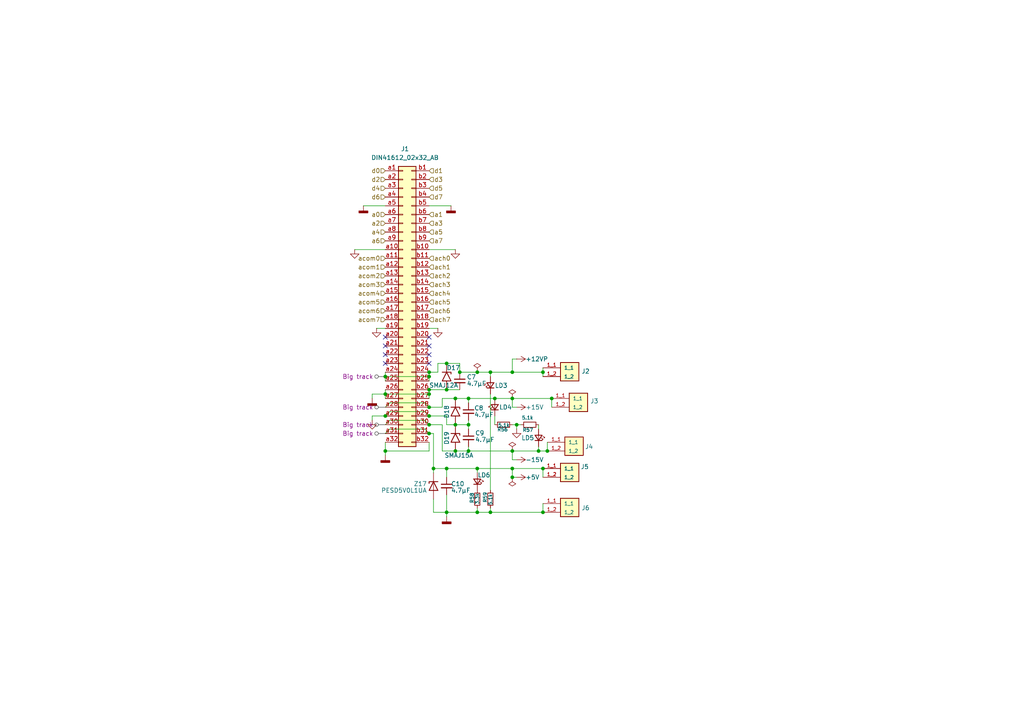
<source format=kicad_sch>
(kicad_sch (version 20250114) (generator "eeschema") (generator_version "9.0")
  (paper "A4")
  (lib_symbols
    (symbol "930224100:930224100" (pin_names (offset 1.016))
      (property "Reference" "J" (at -5.08 4.826 0))
      (property "Value" "930224100" (at -10.414 -3.048 0))
      (symbol "930224100_0_0"
        (rectangle (start -5.08 4.064) (end 0.254 -1.27) (stroke (width 0.254)) (fill (type background)))
        (pin passive line (at -10.16 2.54 0) (length 5.08) (name "1_1") (number "1_1"))
        (pin passive line (at -10.16 0 0) (length 5.08) (name "1_2") (number "1_2"))
      )
    )
    (symbol "Connector:DIN41612_02x32_AB" (pin_names (offset 1.016) (hide yes))
      (property "Reference" "J" (at 1.27 40.64 0))
      (property "Value" "DIN41612_02x32_AB" (at 1.27 -43.18 0))
      (symbol "DIN41612_02x32_AB_1_1"
        (rectangle (start -1.27 39.37) (end 3.81 -41.91) (stroke (width 0.254)) (fill (type background)))
        (rectangle (start -1.27 38.227) (end 0 37.973) (stroke (width 0.1524)))
        (rectangle (start -1.27 35.687) (end 0 35.433) (stroke (width 0.1524)))
        (rectangle (start -1.27 33.147) (end 0 32.893) (stroke (width 0.1524)))
        (rectangle (start -1.27 30.607) (end 0 30.353) (stroke (width 0.1524)))
        (rectangle (start -1.27 28.067) (end 0 27.813) (stroke (width 0.1524)))
        (rectangle (start -1.27 25.527) (end 0 25.273) (stroke (width 0.1524)))
        (rectangle (start -1.27 22.987) (end 0 22.733) (stroke (width 0.1524)))
        (rectangle (start -1.27 20.447) (end 0 20.193) (stroke (width 0.1524)))
        (rectangle (start -1.27 17.907) (end 0 17.653) (stroke (width 0.1524)))
        (rectangle (start -1.27 15.367) (end 0 15.113) (stroke (width 0.1524)))
        (rectangle (start -1.27 12.827) (end 0 12.573) (stroke (width 0.1524)))
        (rectangle (start -1.27 10.287) (end 0 10.033) (stroke (width 0.1524)))
        (rectangle (start -1.27 7.747) (end 0 7.493) (stroke (width 0.1524)))
        (rectangle (start -1.27 5.207) (end 0 4.953) (stroke (width 0.1524)))
        (rectangle (start -1.27 2.667) (end 0 2.413) (stroke (width 0.1524)))
        (rectangle (start -1.27 0.127) (end 0 -0.127) (stroke (width 0.1524)))
        (rectangle (start -1.27 -2.413) (end 0 -2.667) (stroke (width 0.1524)))
        (rectangle (start -1.27 -4.953) (end 0 -5.207) (stroke (width 0.1524)))
        (rectangle (start -1.27 -7.493) (end 0 -7.747) (stroke (width 0.1524)))
        (rectangle (start -1.27 -10.033) (end 0 -10.287) (stroke (width 0.1524)))
        (rectangle (start -1.27 -12.573) (end 0 -12.827) (stroke (width 0.1524)))
        (rectangle (start -1.27 -15.113) (end 0 -15.367) (stroke (width 0.1524)))
        (rectangle (start -1.27 -17.653) (end 0 -17.907) (stroke (width 0.1524)))
        (rectangle (start -1.27 -20.193) (end 0 -20.447) (stroke (width 0.1524)))
        (rectangle (start -1.27 -22.733) (end 0 -22.987) (stroke (width 0.1524)))
        (rectangle (start -1.27 -25.273) (end 0 -25.527) (stroke (width 0.1524)))
        (rectangle (start -1.27 -27.813) (end 0 -28.067) (stroke (width 0.1524)))
        (rectangle (start -1.27 -30.353) (end 0 -30.607) (stroke (width 0.1524)))
        (rectangle (start -1.27 -32.893) (end 0 -33.147) (stroke (width 0.1524)))
        (rectangle (start -1.27 -35.433) (end 0 -35.687) (stroke (width 0.1524)))
        (rectangle (start -1.27 -37.973) (end 0 -38.227) (stroke (width 0.1524)))
        (rectangle (start -1.27 -40.513) (end 0 -40.767) (stroke (width 0.1524)))
        (rectangle (start 3.81 38.227) (end 2.54 37.973) (stroke (width 0.1524)))
        (rectangle (start 3.81 35.687) (end 2.54 35.433) (stroke (width 0.1524)))
        (rectangle (start 3.81 33.147) (end 2.54 32.893) (stroke (width 0.1524)))
        (rectangle (start 3.81 30.607) (end 2.54 30.353) (stroke (width 0.1524)))
        (rectangle (start 3.81 28.067) (end 2.54 27.813) (stroke (width 0.1524)))
        (rectangle (start 3.81 25.527) (end 2.54 25.273) (stroke (width 0.1524)))
        (rectangle (start 3.81 22.987) (end 2.54 22.733) (stroke (width 0.1524)))
        (rectangle (start 3.81 20.447) (end 2.54 20.193) (stroke (width 0.1524)))
        (rectangle (start 3.81 17.907) (end 2.54 17.653) (stroke (width 0.1524)))
        (rectangle (start 3.81 15.367) (end 2.54 15.113) (stroke (width 0.1524)))
        (rectangle (start 3.81 12.827) (end 2.54 12.573) (stroke (width 0.1524)))
        (rectangle (start 3.81 10.287) (end 2.54 10.033) (stroke (width 0.1524)))
        (rectangle (start 3.81 7.747) (end 2.54 7.493) (stroke (width 0.1524)))
        (rectangle (start 3.81 5.207) (end 2.54 4.953) (stroke (width 0.1524)))
        (rectangle (start 3.81 2.667) (end 2.54 2.413) (stroke (width 0.1524)))
        (rectangle (start 3.81 0.127) (end 2.54 -0.127) (stroke (width 0.1524)))
        (rectangle (start 3.81 -2.413) (end 2.54 -2.667) (stroke (width 0.1524)))
        (rectangle (start 3.81 -4.953) (end 2.54 -5.207) (stroke (width 0.1524)))
        (rectangle (start 3.81 -7.493) (end 2.54 -7.747) (stroke (width 0.1524)))
        (rectangle (start 3.81 -10.033) (end 2.54 -10.287) (stroke (width 0.1524)))
        (rectangle (start 3.81 -12.573) (end 2.54 -12.827) (stroke (width 0.1524)))
        (rectangle (start 3.81 -15.113) (end 2.54 -15.367) (stroke (width 0.1524)))
        (rectangle (start 3.81 -17.653) (end 2.54 -17.907) (stroke (width 0.1524)))
        (rectangle (start 3.81 -20.193) (end 2.54 -20.447) (stroke (width 0.1524)))
        (rectangle (start 3.81 -22.733) (end 2.54 -22.987) (stroke (width 0.1524)))
        (rectangle (start 3.81 -25.273) (end 2.54 -25.527) (stroke (width 0.1524)))
        (rectangle (start 3.81 -27.813) (end 2.54 -28.067) (stroke (width 0.1524)))
        (rectangle (start 3.81 -30.353) (end 2.54 -30.607) (stroke (width 0.1524)))
        (rectangle (start 3.81 -32.893) (end 2.54 -33.147) (stroke (width 0.1524)))
        (rectangle (start 3.81 -35.433) (end 2.54 -35.687) (stroke (width 0.1524)))
        (rectangle (start 3.81 -37.973) (end 2.54 -38.227) (stroke (width 0.1524)))
        (rectangle (start 3.81 -40.513) (end 2.54 -40.767) (stroke (width 0.1524)))
        (pin passive line (at -5.08 38.1 0) (length 3.81) (name "Pin_a1") (number "a1"))
        (pin passive line (at -5.08 35.56 0) (length 3.81) (name "Pin_a2") (number "a2"))
        (pin passive line (at -5.08 33.02 0) (length 3.81) (name "Pin_a3") (number "a3"))
        (pin passive line (at -5.08 30.48 0) (length 3.81) (name "Pin_a4") (number "a4"))
        (pin passive line (at -5.08 27.94 0) (length 3.81) (name "Pin_a5") (number "a5"))
        (pin passive line (at -5.08 25.4 0) (length 3.81) (name "Pin_a6") (number "a6"))
        (pin passive line (at -5.08 22.86 0) (length 3.81) (name "Pin_a7") (number "a7"))
        (pin passive line (at -5.08 20.32 0) (length 3.81) (name "Pin_a8") (number "a8"))
        (pin passive line (at -5.08 17.78 0) (length 3.81) (name "Pin_a9") (number "a9"))
        (pin passive line (at -5.08 15.24 0) (length 3.81) (name "Pin_a10") (number "a10"))
        (pin passive line (at -5.08 12.7 0) (length 3.81) (name "Pin_a11") (number "a11"))
        (pin passive line (at -5.08 10.16 0) (length 3.81) (name "Pin_a12") (number "a12"))
        (pin passive line (at -5.08 7.62 0) (length 3.81) (name "Pin_a13") (number "a13"))
        (pin passive line (at -5.08 5.08 0) (length 3.81) (name "Pin_a14") (number "a14"))
        (pin passive line (at -5.08 2.54 0) (length 3.81) (name "Pin_a15") (number "a15"))
        (pin passive line (at -5.08 0 0) (length 3.81) (name "Pin_a16") (number "a16"))
        (pin passive line (at -5.08 -2.54 0) (length 3.81) (name "Pin_a17") (number "a17"))
        (pin passive line (at -5.08 -5.08 0) (length 3.81) (name "Pin_a18") (number "a18"))
        (pin passive line (at -5.08 -7.62 0) (length 3.81) (name "Pin_a19") (number "a19"))
        (pin passive line (at -5.08 -10.16 0) (length 3.81) (name "Pin_a20") (number "a20"))
        (pin passive line (at -5.08 -12.7 0) (length 3.81) (name "Pin_a21") (number "a21"))
        (pin passive line (at -5.08 -15.24 0) (length 3.81) (name "Pin_a22") (number "a22"))
        (pin passive line (at -5.08 -17.78 0) (length 3.81) (name "Pin_a23") (number "a23"))
        (pin passive line (at -5.08 -20.32 0) (length 3.81) (name "Pin_a24") (number "a24"))
        (pin passive line (at -5.08 -22.86 0) (length 3.81) (name "Pin_a25") (number "a25"))
        (pin passive line (at -5.08 -25.4 0) (length 3.81) (name "Pin_a26") (number "a26"))
        (pin passive line (at -5.08 -27.94 0) (length 3.81) (name "Pin_a27") (number "a27"))
        (pin passive line (at -5.08 -30.48 0) (length 3.81) (name "Pin_a28") (number "a28"))
        (pin passive line (at -5.08 -33.02 0) (length 3.81) (name "Pin_a29") (number "a29"))
        (pin passive line (at -5.08 -35.56 0) (length 3.81) (name "Pin_a30") (number "a30"))
        (pin passive line (at -5.08 -38.1 0) (length 3.81) (name "Pin_a31") (number "a31"))
        (pin passive line (at -5.08 -40.64 0) (length 3.81) (name "Pin_a32") (number "a32"))
        (pin passive line (at 7.62 38.1 180) (length 3.81) (name "Pin_b1") (number "b1"))
        (pin passive line (at 7.62 35.56 180) (length 3.81) (name "Pin_b2") (number "b2"))
        (pin passive line (at 7.62 33.02 180) (length 3.81) (name "Pin_b3") (number "b3"))
        (pin passive line (at 7.62 30.48 180) (length 3.81) (name "Pin_b4") (number "b4"))
        (pin passive line (at 7.62 27.94 180) (length 3.81) (name "Pin_b5") (number "b5"))
        (pin passive line (at 7.62 25.4 180) (length 3.81) (name "Pin_b6") (number "b6"))
        (pin passive line (at 7.62 22.86 180) (length 3.81) (name "Pin_b7") (number "b7"))
        (pin passive line (at 7.62 20.32 180) (length 3.81) (name "Pin_b8") (number "b8"))
        (pin passive line (at 7.62 17.78 180) (length 3.81) (name "Pin_b9") (number "b9"))
        (pin passive line (at 7.62 15.24 180) (length 3.81) (name "Pin_b10") (number "b10"))
        (pin passive line (at 7.62 12.7 180) (length 3.81) (name "Pin_b11") (number "b11"))
        (pin passive line (at 7.62 10.16 180) (length 3.81) (name "Pin_b12") (number "b12"))
        (pin passive line (at 7.62 7.62 180) (length 3.81) (name "Pin_b13") (number "b13"))
        (pin passive line (at 7.62 5.08 180) (length 3.81) (name "Pin_b14") (number "b14"))
        (pin passive line (at 7.62 2.54 180) (length 3.81) (name "Pin_b15") (number "b15"))
        (pin passive line (at 7.62 0 180) (length 3.81) (name "Pin_b16") (number "b16"))
        (pin passive line (at 7.62 -2.54 180) (length 3.81) (name "Pin_b17") (number "b17"))
        (pin passive line (at 7.62 -5.08 180) (length 3.81) (name "Pin_b18") (number "b18"))
        (pin passive line (at 7.62 -7.62 180) (length 3.81) (name "Pin_b19") (number "b19"))
        (pin passive line (at 7.62 -10.16 180) (length 3.81) (name "Pin_b20") (number "b20"))
        (pin passive line (at 7.62 -12.7 180) (length 3.81) (name "Pin_b21") (number "b21"))
        (pin passive line (at 7.62 -15.24 180) (length 3.81) (name "Pin_b22") (number "b22"))
        (pin passive line (at 7.62 -17.78 180) (length 3.81) (name "Pin_b23") (number "b23"))
        (pin passive line (at 7.62 -20.32 180) (length 3.81) (name "Pin_b24") (number "b24"))
        (pin passive line (at 7.62 -22.86 180) (length 3.81) (name "Pin_b25") (number "b25"))
        (pin passive line (at 7.62 -25.4 180) (length 3.81) (name "Pin_b26") (number "b26"))
        (pin passive line (at 7.62 -27.94 180) (length 3.81) (name "Pin_b27") (number "b27"))
        (pin passive line (at 7.62 -30.48 180) (length 3.81) (name "Pin_b28") (number "b28"))
        (pin passive line (at 7.62 -33.02 180) (length 3.81) (name "Pin_b29") (number "b29"))
        (pin passive line (at 7.62 -35.56 180) (length 3.81) (name "Pin_b30") (number "b30"))
        (pin passive line (at 7.62 -38.1 180) (length 3.81) (name "Pin_b31") (number "b31"))
        (pin passive line (at 7.62 -40.64 180) (length 3.81) (name "Pin_b32") (number "b32"))
      )
    )
    (symbol "Device:C_Small" (pin_numbers (hide yes)) (pin_names (offset 0.254) (hide yes))
      (property "Reference" "C" (at 0.254 1.778 0))
      (property "Value" "C_Small" (at 0.254 -2.032 0))
      (symbol "C_Small_0_1"
        (polyline (pts (xy -1.524 0.508) (xy 1.524 0.508)) (stroke (width 0.3048)))
        (polyline (pts (xy -1.524 -0.508) (xy 1.524 -0.508)) (stroke (width 0.3302)))
      )
      (symbol "C_Small_1_1"
        (pin passive line (at 0 2.54 270) (length 2.032) (name "~") (number "1"))
        (pin passive line (at 0 -2.54 90) (length 2.032) (name "~") (number "2"))
      )
    )
    (symbol "Device:LED_Small" (pin_numbers (hide yes)) (pin_names (offset 0.254) (hide yes))
      (property "Reference" "D" (at -1.27 3.175 0))
      (property "Value" "LED_Small" (at -4.445 -2.54 0))
      (symbol "LED_Small_0_1"
        (polyline (pts (xy -0.762 -1.016) (xy -0.762 1.016)) (stroke (width 0.254)))
        (polyline (pts (xy 0 0.762) (xy -0.508 1.27) (xy -0.254 1.27) (xy -0.508 1.27) (xy -0.508 1.016)))
        (polyline (pts (xy 0.508 1.27) (xy 0 1.778) (xy 0.254 1.778) (xy 0 1.778) (xy 0 1.524)))
        (polyline (pts (xy 0.762 -1.016) (xy -0.762 0) (xy 0.762 1.016) (xy 0.762 -1.016)) (stroke (width 0.254)))
        (polyline (pts (xy 1.016 0) (xy -0.762 0)))
      )
      (symbol "LED_Small_1_1"
        (pin passive line (at -2.54 0 0) (length 1.778) (name "K") (number "1"))
        (pin passive line (at 2.54 0 180) (length 1.778) (name "A") (number "2"))
      )
    )
    (symbol "Device:R_Small" (pin_numbers (hide yes)) (pin_names (offset 0.254) (hide yes))
      (property "Reference" "R" (at 0 0 90))
      (property "Value" "R_Small" (at 1.778 0 90))
      (symbol "R_Small_0_1"
        (rectangle (start -0.762 1.778) (end 0.762 -1.778) (stroke (width 0.2032)))
      )
      (symbol "R_Small_1_1"
        (pin passive line (at 0 2.54 270) (length 0.762) (name "~") (number "1"))
        (pin passive line (at 0 -2.54 90) (length 0.762) (name "~") (number "2"))
      )
    )
    (symbol "Diode:PESD5V0L1UL" (pin_numbers (hide yes)) (pin_names (hide yes))
      (property "Reference" "D" (at 0 2.54 0))
      (property "Value" "PESD5V0L1UL" (at 0 -2.54 0))
      (symbol "PESD5V0L1UL_0_1"
        (polyline (pts (xy -1.27 -1.27) (xy -1.27 1.27) (xy -0.762 1.27)) (stroke (width 0.254)))
        (polyline (pts (xy 1.27 0) (xy -1.27 0)))
        (polyline (pts (xy 1.27 -1.27) (xy 1.27 1.27) (xy -1.27 0) (xy 1.27 -1.27)) (stroke (width 0.254)))
      )
      (symbol "PESD5V0L1UL_1_1"
        (pin passive line (at -3.81 0 0) (length 2.54) (name "K") (number "1"))
        (pin passive line (at 3.81 0 180) (length 2.54) (name "A") (number "2"))
      )
    )
    (symbol "Diode:SMAJ12A" (pin_numbers (hide yes)) (pin_names (offset 1.016) (hide yes))
      (property "Reference" "D" (at 0 2.54 0))
      (property "Value" "SMAJ12A" (at 0 -2.54 0))
      (symbol "SMAJ12A_0_1"
        (polyline (pts (xy -0.762 1.27) (xy -1.27 1.27) (xy -1.27 -1.27)) (stroke (width 0.254)))
        (polyline (pts (xy 1.27 1.27) (xy 1.27 -1.27) (xy -1.27 0) (xy 1.27 1.27)) (stroke (width 0.254)))
      )
      (symbol "SMAJ12A_1_1"
        (pin passive line (at -3.81 0 0) (length 2.54) (name "A1") (number "1"))
        (pin passive line (at 3.81 0 180) (length 2.54) (name "A2") (number "2"))
      )
    )
    (symbol "Diode:SMAJ15A" (pin_numbers (hide yes)) (pin_names (offset 1.016) (hide yes))
      (property "Reference" "D" (at 0 2.54 0))
      (property "Value" "SMAJ15A" (at 0 -2.54 0))
      (symbol "SMAJ15A_0_1"
        (polyline (pts (xy -0.762 1.27) (xy -1.27 1.27) (xy -1.27 -1.27)) (stroke (width 0.254)))
        (polyline (pts (xy 1.27 1.27) (xy 1.27 -1.27) (xy -1.27 0) (xy 1.27 1.27)) (stroke (width 0.254)))
      )
      (symbol "SMAJ15A_1_1"
        (pin passive line (at -3.81 0 0) (length 2.54) (name "A1") (number "1"))
        (pin passive line (at 3.81 0 180) (length 2.54) (name "A2") (number "2"))
      )
    )
    (symbol "power:+5V" (power) (pin_numbers (hide yes)) (pin_names (offset 0) (hide yes))
      (property "Value" "+5V" (at 0 3.556 0))
      (symbol "+5V_0_1"
        (polyline (pts (xy -0.762 1.27) (xy 0 2.54)))
        (polyline (pts (xy 0 2.54) (xy 0.762 1.27)))
        (polyline (pts (xy 0 0) (xy 0 2.54)))
      )
      (symbol "+5V_1_1"
        (pin power_in line (at 0 0 90) (length 0) (name "~") (number "1"))
      )
    )
    (symbol "power:GND1" (power) (pin_numbers (hide yes)) (pin_names (offset 0) (hide yes))
      (property "Value" "GND1" (at 0 -3.81 0))
      (symbol "GND1_0_1"
        (polyline (pts (xy 0 0) (xy 0 -1.27) (xy 1.27 -1.27) (xy 0 -2.54) (xy -1.27 -1.27) (xy 0 -1.27)))
      )
      (symbol "GND1_1_1"
        (pin power_in line (at 0 0 270) (length 0) (name "~") (number "1"))
      )
    )
    (symbol "power:GNDD" (power) (pin_numbers (hide yes)) (pin_names (offset 0) (hide yes))
      (property "Value" "GNDD" (at 0 -3.175 0))
      (symbol "GNDD_0_1"
        (rectangle (start -1.27 -1.524) (end 1.27 -2.032) (stroke (width 0.254)) (fill (type outline)))
        (polyline (pts (xy 0 0) (xy 0 -1.524)))
      )
      (symbol "GNDD_1_1"
        (pin power_in line (at 0 0 270) (length 0) (name "~") (number "1"))
      )
    )
    (symbol "power:PWR_FLAG" (power) (pin_numbers (hide yes)) (pin_names (offset 0) (hide yes))
      (property "Value" "PWR_FLAG" (at 0 3.81 0))
      (symbol "PWR_FLAG_0_0"
        (pin power_out line (at 0 0 90) (length 0) (name "~") (number "1"))
      )
      (symbol "PWR_FLAG_0_1"
        (polyline (pts (xy 0 0) (xy 0 1.27) (xy -1.016 1.905) (xy 0 2.54) (xy 1.016 1.905) (xy 0 1.27)))
      )
    )
  )
  (junction (at 129.54 148.59))
  (junction (at 142.24 148.59))
  (junction (at 160.02 115.57))
  (junction (at 142.24 107.95))
  (junction (at 124.46 107.95))
  (junction (at 124.46 125.73))
  (junction (at 111.76 120.65))
  (junction (at 124.46 114.3))
  (junction (at 124.46 123.19))
  (junction (at 124.46 118.11))
  (junction (at 125.73 135.89))
  (junction (at 143.51 115.57))
  (junction (at 158.75 130.81))
  (junction (at 157.48 148.59))
  (junction (at 138.43 107.95))
  (junction (at 133.35 107.95))
  (junction (at 129.54 135.89))
  (junction (at 135.89 123.19))
  (junction (at 111.76 114.3))
  (junction (at 129.54 105.41))
  (junction (at 124.46 113.03))
  (junction (at 149.86 123.19))
  (junction (at 124.46 109.22))
  (junction (at 138.43 148.59))
  (junction (at 156.21 130.81))
  (junction (at 157.48 135.89))
  (junction (at 148.59 115.57))
  (junction (at 148.59 107.95))
  (junction (at 129.54 113.03))
  (junction (at 124.46 120.65))
  (junction (at 132.08 123.19))
  (junction (at 148.59 135.89))
  (junction (at 132.08 115.57))
  (junction (at 148.59 130.81))
  (junction (at 138.43 135.89))
  (junction (at 111.76 109.22))
  (junction (at 157.48 107.95))
  (junction (at 148.59 138.43))
  (junction (at 135.89 130.81))
  (junction (at 111.76 130.81))
  (junction (at 132.08 130.81))
  (junction (at 135.89 115.57))
  (no_connect (at 111.76 105.41))
  (no_connect (at 124.46 100.33))
  (no_connect (at 111.76 102.87))
  (no_connect (at 124.46 102.87))
  (no_connect (at 124.46 97.79))
  (no_connect (at 124.46 105.41))
  (no_connect (at 111.76 100.33))
  (no_connect (at 111.76 97.79))
  (wire (pts (xy 148.59 107.95) (xy 157.48 107.95)))
  (wire (pts (xy 133.35 105.41) (xy 133.35 107.95)))
  (wire (pts (xy 148.59 135.89) (xy 157.48 135.89)))
  (wire (pts (xy 157.48 146.05) (xy 157.48 148.59)))
  (wire (pts (xy 124.46 109.22) (xy 124.46 110.49)))
  (wire (pts (xy 149.86 123.19) (xy 149.86 124.46)))
  (wire (pts (xy 132.08 130.81) (xy 135.89 130.81)))
  (wire (pts (xy 156.21 129.54) (xy 156.21 130.81)))
  (wire (pts (xy 111.76 109.22) (xy 124.46 109.22)))
  (wire (pts (xy 124.46 114.3) (xy 124.46 115.57)))
  (wire (pts (xy 111.76 113.03) (xy 111.76 114.3)))
  (wire (pts (xy 129.54 105.41) (xy 133.35 105.41)))
  (wire (pts (xy 129.54 123.19) (xy 129.54 120.65)))
  (wire (pts (xy 107.95 115.57) (xy 107.95 114.3)))
  (wire (pts (xy 125.73 148.59) (xy 129.54 148.59)))
  (wire (pts (xy 157.48 107.95) (xy 157.48 109.22)))
  (wire (pts (xy 124.46 113.03) (xy 129.54 113.03)))
  (wire (pts (xy 129.54 113.03) (xy 133.35 113.03)))
  (wire (pts (xy 111.76 125.73) (xy 113.03 124.46)))
  (wire (pts (xy 148.59 138.43) (xy 148.59 135.89)))
  (wire (pts (xy 111.76 107.95) (xy 111.76 109.22)))
  (wire (pts (xy 148.59 115.57) (xy 160.02 115.57)))
  (wire (pts (xy 129.54 148.59) (xy 138.43 148.59)))
  (wire (pts (xy 125.73 135.89) (xy 125.73 137.16)))
  (wire (pts (xy 111.76 120.65) (xy 113.03 119.38)))
  (wire (pts (xy 111.76 109.22) (xy 111.76 110.49)))
  (wire (pts (xy 135.89 124.46) (xy 135.89 123.19)))
  (wire (pts (xy 142.24 114.3) (xy 142.24 142.24)))
  (wire (pts (xy 148.59 104.14) (xy 148.59 107.95)))
  (wire (pts (xy 124.46 59.69) (xy 130.81 59.69)))
  (wire (pts (xy 149.86 138.43) (xy 148.59 138.43)))
  (wire (pts (xy 123.19 116.84) (xy 124.46 118.11)))
  (wire (pts (xy 123.19 124.46) (xy 124.46 125.73)))
  (wire (pts (xy 124.46 72.39) (xy 132.08 72.39)))
  (wire (pts (xy 124.46 125.73) (xy 125.73 125.73)))
  (wire (pts (xy 113.03 124.46) (xy 123.19 124.46)))
  (wire (pts (xy 124.46 123.19) (xy 128.27 123.19)))
  (wire (pts (xy 142.24 148.59) (xy 157.48 148.59)))
  (wire (pts (xy 113.03 121.92) (xy 111.76 123.19)))
  (wire (pts (xy 142.24 148.59) (xy 142.24 147.32)))
  (wire (pts (xy 157.48 106.68) (xy 157.48 107.95)))
  (wire (pts (xy 132.08 123.19) (xy 135.89 123.19)))
  (wire (pts (xy 127 105.41) (xy 129.54 105.41)))
  (wire (pts (xy 142.24 109.22) (xy 142.24 107.95)))
  (wire (pts (xy 109.22 95.25) (xy 111.76 95.25)))
  (wire (pts (xy 124.46 95.25) (xy 127 95.25)))
  (wire (pts (xy 124.46 118.11) (xy 128.27 118.11)))
  (wire (pts (xy 138.43 135.89) (xy 148.59 135.89)))
  (wire (pts (xy 128.27 130.81) (xy 132.08 130.81)))
  (wire (pts (xy 123.19 119.38) (xy 124.46 120.65)))
  (wire (pts (xy 135.89 129.54) (xy 135.89 130.81)))
  (wire (pts (xy 125.73 125.73) (xy 125.73 135.89)))
  (wire (pts (xy 135.89 116.84) (xy 135.89 115.57)))
  (wire (pts (xy 124.46 128.27) (xy 124.46 130.81)))
  (wire (pts (xy 129.54 123.19) (xy 132.08 123.19)))
  (wire (pts (xy 135.89 121.92) (xy 135.89 123.19)))
  (wire (pts (xy 148.59 123.19) (xy 149.86 123.19)))
  (wire (pts (xy 157.48 135.89) (xy 157.48 138.43)))
  (wire (pts (xy 149.86 104.14) (xy 148.59 104.14)))
  (wire (pts (xy 143.51 115.57) (xy 148.59 115.57)))
  (wire (pts (xy 129.54 135.89) (xy 138.43 135.89)))
  (wire (pts (xy 156.21 130.81) (xy 158.75 130.81)))
  (wire (pts (xy 156.21 123.19) (xy 156.21 124.46)))
  (wire (pts (xy 143.51 120.65) (xy 143.51 123.19)))
  (wire (pts (xy 124.46 113.03) (xy 124.46 114.3)))
  (wire (pts (xy 138.43 135.89) (xy 138.43 137.16)))
  (wire (pts (xy 113.03 119.38) (xy 123.19 119.38)))
  (wire (pts (xy 149.86 133.35) (xy 148.59 133.35)))
  (wire (pts (xy 132.08 115.57) (xy 135.89 115.57)))
  (wire (pts (xy 113.03 116.84) (xy 123.19 116.84)))
  (wire (pts (xy 128.27 123.19) (xy 128.27 130.81)))
  (wire (pts (xy 160.02 115.57) (xy 160.02 118.11)))
  (wire (pts (xy 111.76 118.11) (xy 113.03 116.84)))
  (wire (pts (xy 123.19 121.92) (xy 113.03 121.92)))
  (wire (pts (xy 111.76 130.81) (xy 124.46 130.81)))
  (wire (pts (xy 148.59 130.81) (xy 148.59 133.35)))
  (wire (pts (xy 124.46 107.95) (xy 124.46 109.22)))
  (wire (pts (xy 107.95 114.3) (xy 111.76 114.3)))
  (wire (pts (xy 107.95 120.65) (xy 111.76 120.65)))
  (wire (pts (xy 125.73 148.59) (xy 125.73 144.78)))
  (wire (pts (xy 111.76 114.3) (xy 111.76 115.57)))
  (wire (pts (xy 158.75 128.27) (xy 158.75 130.81)))
  (wire (pts (xy 135.89 115.57) (xy 143.51 115.57)))
  (wire (pts (xy 111.76 114.3) (xy 124.46 114.3)))
  (wire (pts (xy 135.89 130.81) (xy 148.59 130.81)))
  (wire (pts (xy 111.76 132.08) (xy 111.76 130.81)))
  (wire (pts (xy 142.24 107.95) (xy 148.59 107.95)))
  (wire (pts (xy 129.54 143.51) (xy 129.54 148.59)))
  (wire (pts (xy 138.43 147.32) (xy 138.43 148.59)))
  (wire (pts (xy 124.46 107.95) (xy 127 107.95)))
  (wire (pts (xy 102.87 72.39) (xy 111.76 72.39)))
  (wire (pts (xy 111.76 128.27) (xy 111.76 130.81)))
  (wire (pts (xy 125.73 135.89) (xy 129.54 135.89)))
  (wire (pts (xy 149.86 118.11) (xy 148.59 118.11)))
  (wire (pts (xy 128.27 115.57) (xy 132.08 115.57)))
  (wire (pts (xy 128.27 115.57) (xy 128.27 118.11)))
  (wire (pts (xy 107.95 120.65) (xy 107.95 121.92)))
  (wire (pts (xy 138.43 107.95) (xy 142.24 107.95)))
  (wire (pts (xy 129.54 120.65) (xy 124.46 120.65)))
  (wire (pts (xy 148.59 115.57) (xy 148.59 118.11)))
  (wire (pts (xy 129.54 135.89) (xy 129.54 138.43)))
  (wire (pts (xy 148.59 130.81) (xy 156.21 130.81)))
  (wire (pts (xy 127 105.41) (xy 127 107.95)))
  (wire (pts (xy 124.46 123.19) (xy 123.19 121.92)))
  (wire (pts (xy 133.35 107.95) (xy 138.43 107.95)))
  (wire (pts (xy 129.54 148.59) (xy 129.54 149.86)))
  (wire (pts (xy 105.41 59.69) (xy 111.76 59.69)))
  (wire (pts (xy 138.43 148.59) (xy 142.24 148.59)))
  (wire (pts (xy 149.86 123.19) (xy 151.13 123.19)))
  (hierarchical_label "ach6" (shape input) (at 124.46 90.17 0))
  (hierarchical_label "a4" (shape input) (at 111.76 67.31 180))
  (hierarchical_label "d6" (shape input) (at 111.76 57.15 180))
  (hierarchical_label "acom6" (shape input) (at 111.76 90.17 180))
  (hierarchical_label "acom4" (shape input) (at 111.76 85.09 180))
  (hierarchical_label "d3" (shape input) (at 124.46 52.07 0))
  (hierarchical_label "acom7" (shape input) (at 111.76 92.71 180))
  (hierarchical_label "acom1" (shape input) (at 111.76 77.47 180))
  (hierarchical_label "d0" (shape input) (at 111.76 49.53 180))
  (hierarchical_label "ach2" (shape input) (at 124.46 80.01 0))
  (hierarchical_label "d1" (shape input) (at 124.46 49.53 0))
  (hierarchical_label "a5" (shape input) (at 124.46 67.31 0))
  (hierarchical_label "a1" (shape input) (at 124.46 62.23 0))
  (hierarchical_label "d7" (shape input) (at 124.46 57.15 0))
  (hierarchical_label "acom0" (shape input) (at 111.76 74.93 180))
  (hierarchical_label "d2" (shape input) (at 111.76 52.07 180))
  (hierarchical_label "a3" (shape input) (at 124.46 64.77 0))
  (hierarchical_label "ach5" (shape input) (at 124.46 87.63 0))
  (hierarchical_label "acom5" (shape input) (at 111.76 87.63 180))
  (hierarchical_label "a2" (shape input) (at 111.76 64.77 180))
  (hierarchical_label "ach0" (shape input) (at 124.46 74.93 0))
  (hierarchical_label "a7" (shape input) (at 124.46 69.85 0))
  (hierarchical_label "ach7" (shape input) (at 124.46 92.71 0))
  (hierarchical_label "acom3" (shape input) (at 111.76 82.55 180))
  (hierarchical_label "a0" (shape input) (at 111.76 62.23 180))
  (hierarchical_label "d4" (shape input) (at 111.76 54.61 180))
  (hierarchical_label "d5" (shape input) (at 124.46 54.61 0))
  (hierarchical_label "acom2" (shape input) (at 111.76 80.01 180))
  (hierarchical_label "ach1" (shape input) (at 124.46 77.47 0))
  (hierarchical_label "a6" (shape input) (at 111.76 69.85 180))
  (hierarchical_label "ach3" (shape input) (at 124.46 82.55 0))
  (hierarchical_label "ach4" (shape input) (at 124.46 85.09 0))
  (netclass_flag "" (length 2.54) (shape round) (at 111.76 118.11 90) (property "Netclass" "Big track" (at 99.314 118.11 0) (effects (justify left))))
  (netclass_flag "" (length 2.54) (shape round) (at 111.76 109.22 90) (property "Netclass" "Big track" (at 99.314 109.22 0) (effects (justify left))))
  (netclass_flag "" (length 2.54) (shape round) (at 111.76 125.73 90) (property "Netclass" "Big track" (at 99.314 125.73 0) (effects (justify left))))
  (netclass_flag "" (length 2.54) (shape round) (at 111.76 123.19 90) (property "Netclass" "Big track" (at 99.314 123.19 0) (effects (justify left))))
  (symbol (lib_id "power:PWR_FLAG") (at 148.59 138.43 180) (unit 1)
    (property "Reference" "#FLG08" (effects (hide yes)))
    (property "Value" "PWR_FLAG" (effects (hide yes)))
    (property "Description" "Special symbol for telling ERC where power comes from" (effects (hide yes)))
  )
  (symbol (lib_id "Device:R_Small") (at 153.67 123.19 90) (unit 1)
    (property "Reference" "R57" (at 154.686 124.714 90) (effects (font (size 1.016 1.016)) (justify left)))
    (property "Value" "5.1k" (at 154.686 121.158 90) (effects (font (size 1 1)) (justify left)))
    (property "Footprint" "Resistor_SMD:R_0805_2012Metric_Pad1.20x1.40mm_HandSolder" (effects (hide yes)))
    (property "Description" "Resistor, small symbol" (effects (hide yes)))
  )
  (symbol (lib_id "Diode:PESD5V0L1UL") (at 125.73 140.97 90) (mirror x) (unit 1)
    (property "Reference" "Z17" (at 123.825 140.335 90) (effects (justify left)))
    (property "Value" "PESD5V0L1UA" (at 123.825 142.24 90) (effects (justify left)))
    (property "Footprint" "Diode_SMD:D_SOD-323_HandSoldering" (effects (hide yes)))
    (property "Datasheet" "https://assets.nexperia.com/documents/data-sheet/PESD5V0L1UL.pdf" (effects (hide yes)))
    (property "Description" "Low capacitance unidirectional ESD protection diode, 5V, SOD-882" (effects (hide yes)))
  )
  (symbol (lib_id "Device:C_Small") (at 129.54 140.97 0) (unit 1)
    (property "Reference" "C10" (at 130.81 140.335 0) (effects (justify left)))
    (property "Value" "4.7µF" (at 130.81 142.24 0) (effects (justify left)))
    (property "Footprint" "Capacitor_SMD:C_0805_2012Metric_Pad1.18x1.45mm_HandSolder" (effects (hide yes)))
    (property "Description" "Unpolarized capacitor, small symbol" (effects (hide yes)))
  )
  (symbol (lib_id "power:GNDD") (at 129.54 149.86 0) (unit 1)
    (property "Reference" "#PWR030" (effects (hide yes)))
    (property "Value" "GND2" (effects (hide yes)))
    (property "Description" "Power symbol creates a global label with name \"GNDD\" , digital ground" (effects (hide yes)))
  )
  (symbol (lib_id "power:GND1") (at 132.08 72.39 0) (unit 1)
    (property "Reference" "#PWR019" (effects (hide yes)))
    (property "Value" "GND1" (effects (hide yes)))
    (property "Description" "Power symbol creates a global label with name \"GND1\" , ground" (effects (hide yes)))
  )
  (symbol (lib_id "power:GNDD") (at 105.41 59.69 0) (unit 1)
    (property "Reference" "#PWR016" (effects (hide yes)))
    (property "Value" "GND2" (effects (hide yes)))
    (property "Description" "Power symbol creates a global label with name \"GNDD\" , digital ground" (effects (hide yes)))
  )
  (symbol (lib_id "power:PWR_FLAG") (at 148.59 115.57 0) (unit 1)
    (property "Reference" "#FLG06" (effects (hide yes)))
    (property "Value" "PWR_FLAG" (effects (hide yes)))
    (property "Description" "Special symbol for telling ERC where power comes from" (effects (hide yes)))
  )
  (symbol (lib_id "power:+5V") (at 149.86 133.35 270) (unit 1)
    (property "Reference" "#PWR028" (effects (hide yes)))
    (property "Value" "-15V" (at 152.4 133.35 90) (effects (justify left)))
    (property "Description" "Power symbol creates a global label with name \"+5V\"" (effects (hide yes)))
  )
  (symbol (lib_id "power:+5V") (at 149.86 118.11 270) (unit 1)
    (property "Reference" "#PWR024" (effects (hide yes)))
    (property "Value" "+15V" (at 152.4 118.11 90) (effects (justify left)))
    (property "Description" "Power symbol creates a global label with name \"+5V\"" (effects (hide yes)))
  )
  (symbol (lib_id "Device:LED_Small") (at 143.51 118.11 90) (unit 1)
    (property "Reference" "LD4" (at 144.78 118.11 90) (effects (justify right)))
    (property "Value" "LED_Small" (effects (hide yes)))
    (property "Footprint" "LED_SMD:LED_0805_2012Metric_Pad1.15x1.40mm_HandSolder" (effects (hide yes)))
    (property "Description" "Light emitting diode, small symbol" (effects (hide yes)))
    (property "Sim.Pin" "1=K 2=A" (effects (hide yes)))
  )
  (symbol (lib_id "Diode:SMAJ12A") (at 129.54 109.22 270) (unit 1)
    (property "Reference" "D17" (at 129.54 106.68 90) (effects (justify left)))
    (property "Value" "SMAJ12A" (at 124.46 111.76 90) (effects (justify left)))
    (property "Footprint" "Diode_SMD:D_SOD-323_HandSoldering" (effects (hide yes)))
    (property "Datasheet" "https://www.littelfuse.com/media?resourcetype=datasheets&itemid=75e32973-b177-4ee3-a0ff-cedaf1abdb93&filename=smaj-datasheet" (effects (hide yes)))
    (property "Description" "400W unidirectional Transient Voltage Suppressor, 12.0Vr, SMA(DO-214AC)" (effects (hide yes)))
  )
  (symbol (lib_id "Device:LED_Small") (at 142.24 111.76 90) (unit 1)
    (property "Reference" "LD3" (at 143.51 111.8236 90) (effects (justify right)))
    (property "Value" "LED_Small" (effects (hide yes)))
    (property "Footprint" "LED_SMD:LED_0805_2012Metric_Pad1.15x1.40mm_HandSolder" (effects (hide yes)))
    (property "Description" "Light emitting diode, small symbol" (effects (hide yes)))
    (property "Sim.Pin" "1=K 2=A" (effects (hide yes)))
  )
  (symbol (lib_id "Connector:DIN41612_02x32_AB") (at 116.84 87.63 0) (unit 1)
    (property "Reference" "J1" (at 117.475 43.18 0))
    (property "Value" "DIN41612_02x32_AB" (at 117.475 45.72 0))
    (property "Footprint" "connecteur_europe:DIN41612_B_2x32_Male_Horizontal_THT" (effects (hide yes)))
    (property "Description" "DIN41612 connector, double row (AB), 02x32, script generated (kicad-library-utils/schlib/autogen/connector/)" (effects (hide yes)))
  )
  (symbol (lib_id "Device:R_Small") (at 142.24 144.78 0) (unit 1)
    (property "Reference" "R59" (at 140.716 145.796 90) (effects (font (size 1.016 1.016)) (justify left)))
    (property "Value" "5.1k" (at 142.24 146.558 90) (effects (font (size 1 1)) (justify left)))
    (property "Footprint" "Resistor_SMD:R_0805_2012Metric_Pad1.20x1.40mm_HandSolder" (effects (hide yes)))
    (property "Description" "Resistor, small symbol" (effects (hide yes)))
  )
  (symbol (lib_id "power:GND1") (at 109.22 95.25 0) (mirror y) (unit 1)
    (property "Reference" "#PWR020" (effects (hide yes)))
    (property "Value" "GND1" (effects (hide yes)))
    (property "Description" "Power symbol creates a global label with name \"GND1\" , ground" (effects (hide yes)))
  )
  (symbol (lib_id "Device:LED_Small") (at 156.21 127 270) (mirror x) (unit 1)
    (property "Reference" "LD5" (at 154.94 127 90) (effects (justify right)))
    (property "Value" "LED_Small" (effects (hide yes)))
    (property "Footprint" "LED_SMD:LED_0805_2012Metric_Pad1.15x1.40mm_HandSolder" (effects (hide yes)))
    (property "Description" "Light emitting diode, small symbol" (effects (hide yes)))
    (property "Sim.Pin" "1=K 2=A" (effects (hide yes)))
  )
  (symbol (lib_id "930224100:930224100") (at 170.18 118.11 0) (unit 1)
    (property "Reference" "J3" (at 171.196 116.332 0) (effects (justify left)))
    (property "Value" "Conn_01x01" (effects (hide yes)))
    (property "Footprint" "imported_components:HIRSCHMANN_930224100" (effects (hide yes)))
    (property "Description" "Generic connector, single row, 01x01, script generated (kicad-library-utils/schlib/autogen/connector/)" (effects (hide yes)))
    (property "MF" "Hirschmann Test & Measurement" (effects (hide yes)))
    (property "MAXIMUM_PACKAGE_HEIGHT" "5.8 mm" (effects (hide yes)))
    (property "Package" "None" (effects (hide yes)))
    (property "Price" "None" (effects (hide yes)))
    (property "Check_prices" "https://www.snapeda.com/parts/930224100/Hirschmann/view-part/?ref=eda" (effects (hide yes)))
    (property "STANDARD" "Manufacturer Recommendations" (effects (hide yes)))
    (property "SnapEDA_Link" "https://www.snapeda.com/parts/930224100/Hirschmann/view-part/?ref=snap" (effects (hide yes)))
    (property "MP" "930224100" (effects (hide yes)))
    (property "Description_1" "Hirschmann Test & Measurement Black Female Test Socket - Solder Termination, 60V dc, 6A" (effects (hide yes)))
    (property "MANUFACTURER" "Hirschmann Test & Measurement" (effects (hide yes)))
    (property "Availability" "Not in stock" (effects (hide yes)))
    (property "SNAPEDA_PN" "930224100" (effects (hide yes)))
  )
  (symbol (lib_id "power:GNDD") (at 107.95 115.57 0) (unit 1)
    (property "Reference" "#PWR023" (effects (hide yes)))
    (property "Value" "GND2" (effects (hide yes)))
    (property "Description" "Power symbol creates a global label with name \"GNDD\" , digital ground" (effects (hide yes)))
  )
  (symbol (lib_id "power:+5V") (at 149.86 104.14 270) (unit 1)
    (property "Reference" "#PWR022" (effects (hide yes)))
    (property "Value" "+12VP" (at 152.4 104.14 90) (effects (justify left)))
    (property "Description" "Power symbol creates a global label with name \"+5V\"" (effects (hide yes)))
  )
  (symbol (lib_id "power:GND1") (at 107.95 121.92 0) (mirror y) (unit 1)
    (property "Reference" "#PWR025" (effects (hide yes)))
    (property "Value" "GND1" (effects (hide yes)))
    (property "Description" "Power symbol creates a global label with name \"GND1\" , ground" (effects (hide yes)))
  )
  (symbol (lib_id "power:PWR_FLAG") (at 148.59 130.81 0) (unit 1)
    (property "Reference" "#FLG07" (effects (hide yes)))
    (property "Value" "PWR_FLAG" (effects (hide yes)))
    (property "Description" "Special symbol for telling ERC where power comes from" (effects (hide yes)))
  )
  (symbol (lib_id "Device:C_Small") (at 135.89 127 0) (unit 1)
    (property "Reference" "C9" (at 137.795 125.603 0) (effects (justify left)))
    (property "Value" "4.7µF" (at 137.795 127.508 0) (effects (justify left)))
    (property "Footprint" "Capacitor_SMD:C_0805_2012Metric_Pad1.18x1.45mm_HandSolder" (effects (hide yes)))
    (property "Description" "Unpolarized capacitor, small symbol" (effects (hide yes)))
  )
  (symbol (lib_id "930224100:930224100") (at 167.64 148.59 0) (unit 1)
    (property "Reference" "J6" (at 168.656 147.32 0) (effects (justify left)))
    (property "Value" "Conn_01x01" (effects (hide yes)))
    (property "Footprint" "imported_components:HIRSCHMANN_930224100" (effects (hide yes)))
    (property "Description" "Generic connector, single row, 01x01, script generated (kicad-library-utils/schlib/autogen/connector/)" (effects (hide yes)))
    (property "MF" "Hirschmann Test & Measurement" (effects (hide yes)))
    (property "MAXIMUM_PACKAGE_HEIGHT" "5.8 mm" (effects (hide yes)))
    (property "Package" "None" (effects (hide yes)))
    (property "Price" "None" (effects (hide yes)))
    (property "Check_prices" "https://www.snapeda.com/parts/930224100/Hirschmann/view-part/?ref=eda" (effects (hide yes)))
    (property "STANDARD" "Manufacturer Recommendations" (effects (hide yes)))
    (property "SnapEDA_Link" "https://www.snapeda.com/parts/930224100/Hirschmann/view-part/?ref=snap" (effects (hide yes)))
    (property "MP" "930224100" (effects (hide yes)))
    (property "Description_1" "Hirschmann Test & Measurement Black Female Test Socket - Solder Termination, 60V dc, 6A" (effects (hide yes)))
    (property "MANUFACTURER" "Hirschmann Test & Measurement" (effects (hide yes)))
    (property "Availability" "Not in stock" (effects (hide yes)))
    (property "SNAPEDA_PN" "930224100" (effects (hide yes)))
  )
  (symbol (lib_id "Device:C_Small") (at 135.89 119.38 0) (unit 1)
    (property "Reference" "C8" (at 137.541 118.364 0) (effects (justify left)))
    (property "Value" "4.7µF" (at 137.541 120.269 0) (effects (justify left)))
    (property "Footprint" "Capacitor_SMD:C_0805_2012Metric_Pad1.18x1.45mm_HandSolder" (effects (hide yes)))
    (property "Description" "Unpolarized capacitor, small symbol" (effects (hide yes)))
  )
  (symbol (lib_id "Device:R_Small") (at 138.43 144.78 180) (unit 1)
    (property "Reference" "R58" (at 136.906 144.399 90) (effects (font (size 1.016 1.016))))
    (property "Value" "3.3k" (at 138.43 144.653 90) (effects (font (size 1 1))))
    (property "Footprint" "Resistor_SMD:R_0805_2012Metric_Pad1.20x1.40mm_HandSolder" (effects (hide yes)))
    (property "Description" "Resistor, small symbol" (effects (hide yes)))
  )
  (symbol (lib_id "power:+5V") (at 149.86 138.43 270) (unit 1)
    (property "Reference" "#PWR029" (effects (hide yes)))
    (property "Value" "+5V" (at 152.4 138.43 90) (effects (justify left)))
    (property "Description" "Power symbol creates a global label with name \"+5V\"" (effects (hide yes)))
  )
  (symbol (lib_id "power:PWR_FLAG") (at 138.43 107.95 0) (unit 1)
    (property "Reference" "#FLG05" (effects (hide yes)))
    (property "Value" "PWR_FLAG" (effects (hide yes)))
    (property "Description" "Special symbol for telling ERC where power comes from" (effects (hide yes)))
  )
  (symbol (lib_id "Device:LED_Small") (at 138.43 139.7 270) (mirror x) (unit 1)
    (property "Reference" "LD6" (at 142.24 137.795 90) (effects (justify right)))
    (property "Value" "LED_Small" (effects (hide yes)))
    (property "Footprint" "LED_SMD:LED_0805_2012Metric_Pad1.15x1.40mm_HandSolder" (effects (hide yes)))
    (property "Description" "Light emitting diode, small symbol" (effects (hide yes)))
    (property "Sim.Pin" "1=K 2=A" (effects (hide yes)))
  )
  (symbol (lib_id "Diode:SMAJ15A") (at 132.08 119.38 270) (unit 1)
    (property "Reference" "D18" (at 129.54 117.475 0) (effects (justify left)))
    (property "Value" "SMAJ15A" (effects (hide yes)))
    (property "Footprint" "Diode_SMD:D_SOD-323_HandSoldering" (effects (hide yes)))
    (property "Datasheet" "https://www.littelfuse.com/media?resourcetype=datasheets&itemid=75e32973-b177-4ee3-a0ff-cedaf1abdb93&filename=smaj-datasheet" (effects (hide yes)))
    (property "Description" "400W unidirectional Transient Voltage Suppressor, 15.0Vr, SMA(DO-214AC)" (effects (hide yes)))
  )
  (symbol (lib_id "Diode:SMAJ15A") (at 132.08 127 270) (unit 1)
    (property "Reference" "D19" (at 129.54 125.095 0) (effects (justify left)))
    (property "Value" "SMAJ15A" (at 128.905 132.08 90) (effects (justify left)))
    (property "Footprint" "Diode_SMD:D_SOD-323_HandSoldering" (effects (hide yes)))
    (property "Datasheet" "https://www.littelfuse.com/media?resourcetype=datasheets&itemid=75e32973-b177-4ee3-a0ff-cedaf1abdb93&filename=smaj-datasheet" (effects (hide yes)))
    (property "Description" "400W unidirectional Transient Voltage Suppressor, 15.0Vr, SMA(DO-214AC)" (effects (hide yes)))
  )
  (symbol (lib_id "930224100:930224100") (at 167.64 138.43 0) (unit 1)
    (property "Reference" "J5" (at 168.402 135.382 0) (effects (justify left)))
    (property "Value" "Conn_01x01" (effects (hide yes)))
    (property "Footprint" "imported_components:HIRSCHMANN_930224100" (effects (hide yes)))
    (property "Description" "Generic connector, single row, 01x01, script generated (kicad-library-utils/schlib/autogen/connector/)" (effects (hide yes)))
    (property "MF" "Hirschmann Test & Measurement" (effects (hide yes)))
    (property "MAXIMUM_PACKAGE_HEIGHT" "5.8 mm" (effects (hide yes)))
    (property "Package" "None" (effects (hide yes)))
    (property "Price" "None" (effects (hide yes)))
    (property "Check_prices" "https://www.snapeda.com/parts/930224100/Hirschmann/view-part/?ref=eda" (effects (hide yes)))
    (property "STANDARD" "Manufacturer Recommendations" (effects (hide yes)))
    (property "SnapEDA_Link" "https://www.snapeda.com/parts/930224100/Hirschmann/view-part/?ref=snap" (effects (hide yes)))
    (property "MP" "930224100" (effects (hide yes)))
    (property "Description_1" "Hirschmann Test & Measurement Black Female Test Socket - Solder Termination, 60V dc, 6A" (effects (hide yes)))
    (property "MANUFACTURER" "Hirschmann Test & Measurement" (effects (hide yes)))
    (property "Availability" "Not in stock" (effects (hide yes)))
    (property "SNAPEDA_PN" "930224100" (effects (hide yes)))
  )
  (symbol (lib_id "power:GND1") (at 127 95.25 0) (unit 1)
    (property "Reference" "#PWR021" (effects (hide yes)))
    (property "Value" "GND1" (effects (hide yes)))
    (property "Description" "Power symbol creates a global label with name \"GND1\" , ground" (effects (hide yes)))
  )
  (symbol (lib_id "Device:C_Small") (at 133.35 110.49 0) (unit 1)
    (property "Reference" "C7" (at 135.382 109.347 0) (effects (justify left)))
    (property "Value" "4.7µF" (at 135.382 111.252 0) (effects (justify left)))
    (property "Footprint" "Capacitor_SMD:C_0805_2012Metric_Pad1.18x1.45mm_HandSolder" (effects (hide yes)))
    (property "Description" "Unpolarized capacitor, small symbol" (effects (hide yes)))
  )
  (symbol (lib_id "930224100:930224100") (at 167.64 109.22 0) (unit 1)
    (property "Reference" "J2" (at 168.656 107.696 0) (effects (justify left)))
    (property "Value" "Conn_01x01" (effects (hide yes)))
    (property "Footprint" "imported_components:HIRSCHMANN_930224100" (effects (hide yes)))
    (property "Description" "Generic connector, single row, 01x01, script generated (kicad-library-utils/schlib/autogen/connector/)" (effects (hide yes)))
    (property "MF" "Hirschmann Test & Measurement" (effects (hide yes)))
    (property "MAXIMUM_PACKAGE_HEIGHT" "5.8 mm" (effects (hide yes)))
    (property "Package" "None" (effects (hide yes)))
    (property "Price" "None" (effects (hide yes)))
    (property "Check_prices" "https://www.snapeda.com/parts/930224100/Hirschmann/view-part/?ref=eda" (effects (hide yes)))
    (property "STANDARD" "Manufacturer Recommendations" (effects (hide yes)))
    (property "SnapEDA_Link" "https://www.snapeda.com/parts/930224100/Hirschmann/view-part/?ref=snap" (effects (hide yes)))
    (property "MP" "930224100" (effects (hide yes)))
    (property "Description_1" "Hirschmann Test & Measurement Black Female Test Socket - Solder Termination, 60V dc, 6A" (effects (hide yes)))
    (property "MANUFACTURER" "Hirschmann Test & Measurement" (effects (hide yes)))
    (property "Availability" "Not in stock" (effects (hide yes)))
    (property "SNAPEDA_PN" "930224100" (effects (hide yes)))
  )
  (symbol (lib_id "Device:R_Small") (at 146.05 123.19 90) (unit 1)
    (property "Reference" "R56" (at 147.32 124.587 90) (effects (font (size 1.016 1.016)) (justify left)))
    (property "Value" "5.1k" (at 147.828 123.317 90) (effects (font (size 1 1)) (justify left)))
    (property "Footprint" "Resistor_SMD:R_0805_2012Metric_Pad1.20x1.40mm_HandSolder" (effects (hide yes)))
    (property "Description" "Resistor, small symbol" (effects (hide yes)))
  )
  (symbol (lib_id "930224100:930224100") (at 168.91 130.81 0) (unit 1)
    (property "Reference" "J4" (at 169.672 129.54 0) (effects (justify left)))
    (property "Value" "Conn_01x01" (effects (hide yes)))
    (property "Footprint" "imported_components:HIRSCHMANN_930224100" (effects (hide yes)))
    (property "Description" "Generic connector, single row, 01x01, script generated (kicad-library-utils/schlib/autogen/connector/)" (effects (hide yes)))
    (property "MF" "Hirschmann Test & Measurement" (effects (hide yes)))
    (property "MAXIMUM_PACKAGE_HEIGHT" "5.8 mm" (effects (hide yes)))
    (property "Package" "None" (effects (hide yes)))
    (property "Price" "None" (effects (hide yes)))
    (property "Check_prices" "https://www.snapeda.com/parts/930224100/Hirschmann/view-part/?ref=eda" (effects (hide yes)))
    (property "STANDARD" "Manufacturer Recommendations" (effects (hide yes)))
    (property "SnapEDA_Link" "https://www.snapeda.com/parts/930224100/Hirschmann/view-part/?ref=snap" (effects (hide yes)))
    (property "MP" "930224100" (effects (hide yes)))
    (property "Description_1" "Hirschmann Test & Measurement Black Female Test Socket - Solder Termination, 60V dc, 6A" (effects (hide yes)))
    (property "MANUFACTURER" "Hirschmann Test & Measurement" (effects (hide yes)))
    (property "Availability" "Not in stock" (effects (hide yes)))
    (property "SNAPEDA_PN" "930224100" (effects (hide yes)))
  )
  (symbol (lib_id "power:GNDD") (at 111.76 132.08 0) (unit 1)
    (property "Reference" "#PWR027" (effects (hide yes)))
    (property "Value" "GND2" (effects (hide yes)))
    (property "Description" "Power symbol creates a global label with name \"GNDD\" , digital ground" (effects (hide yes)))
  )
  (symbol (lib_id "power:GNDD") (at 130.81 59.69 0) (mirror y) (unit 1)
    (property "Reference" "#PWR017" (effects (hide yes)))
    (property "Value" "GND2" (effects (hide yes)))
    (property "Description" "Power symbol creates a global label with name \"GNDD\" , digital ground" (effects (hide yes)))
  )
  (symbol (lib_id "power:GND1") (at 102.87 72.39 0) (mirror y) (unit 1)
    (property "Reference" "#PWR018" (effects (hide yes)))
    (property "Value" "GND1" (effects (hide yes)))
    (property "Description" "Power symbol creates a global label with name \"GND1\" , ground" (effects (hide yes)))
  )
  (symbol (lib_id "power:GND1") (at 149.86 124.46 0) (mirror y) (unit 1)
    (property "Reference" "#PWR026" (effects (hide yes)))
    (property "Value" "GND1" (effects (hide yes)))
    (property "Description" "Power symbol creates a global label with name \"GND1\" , ground" (effects (hide yes)))
  )
)
</source>
